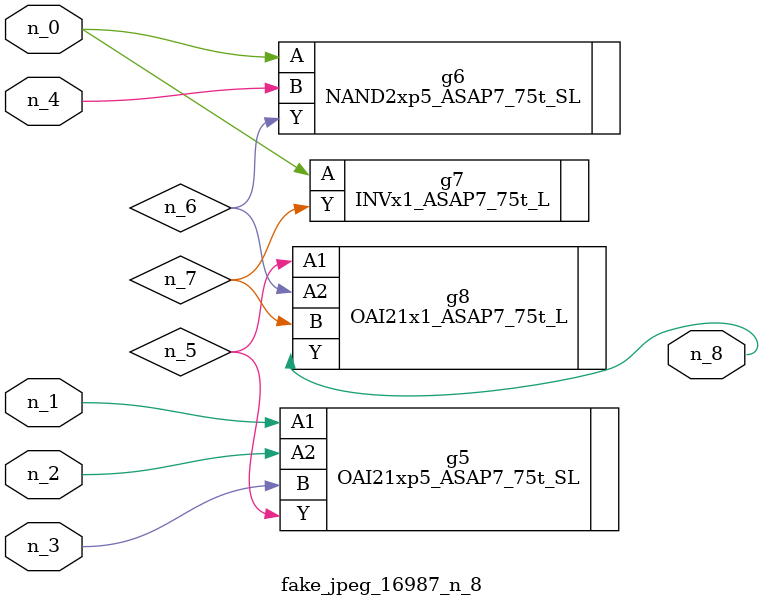
<source format=v>
module fake_jpeg_16987_n_8 (n_3, n_2, n_1, n_0, n_4, n_8);

input n_3;
input n_2;
input n_1;
input n_0;
input n_4;

output n_8;

wire n_6;
wire n_5;
wire n_7;

OAI21xp5_ASAP7_75t_SL g5 ( 
.A1(n_1),
.A2(n_2),
.B(n_3),
.Y(n_5)
);

NAND2xp5_ASAP7_75t_SL g6 ( 
.A(n_0),
.B(n_4),
.Y(n_6)
);

INVx1_ASAP7_75t_L g7 ( 
.A(n_0),
.Y(n_7)
);

OAI21x1_ASAP7_75t_L g8 ( 
.A1(n_5),
.A2(n_6),
.B(n_7),
.Y(n_8)
);


endmodule
</source>
